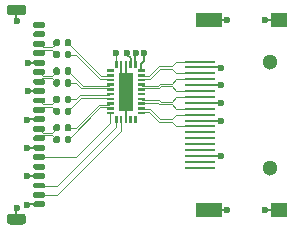
<source format=gtl>
G04 #@! TF.GenerationSoftware,KiCad,Pcbnew,5.1.10*
G04 #@! TF.CreationDate,2021-09-10T20:16:30-07:00*
G04 #@! TF.ProjectId,ACORN-CLE-DVI,41434f52-4e2d-4434-9c45-2d4456492e6b,rev?*
G04 #@! TF.SameCoordinates,Original*
G04 #@! TF.FileFunction,Copper,L1,Top*
G04 #@! TF.FilePolarity,Positive*
%FSLAX46Y46*%
G04 Gerber Fmt 4.6, Leading zero omitted, Abs format (unit mm)*
G04 Created by KiCad (PCBNEW 5.1.10) date 2021-09-10 20:16:30*
%MOMM*%
%LPD*%
G01*
G04 APERTURE LIST*
G04 #@! TA.AperFunction,SMDPad,CuDef*
%ADD10R,1.200000X3.200000*%
G04 #@! TD*
G04 #@! TA.AperFunction,ComponentPad*
%ADD11C,1.300000*%
G04 #@! TD*
G04 #@! TA.AperFunction,SMDPad,CuDef*
%ADD12R,1.400000X1.300000*%
G04 #@! TD*
G04 #@! TA.AperFunction,SMDPad,CuDef*
%ADD13R,2.200000X1.300000*%
G04 #@! TD*
G04 #@! TA.AperFunction,SMDPad,CuDef*
%ADD14R,2.600000X0.280000*%
G04 #@! TD*
G04 #@! TA.AperFunction,ViaPad*
%ADD15C,0.600000*%
G04 #@! TD*
G04 #@! TA.AperFunction,Conductor*
%ADD16C,0.152400*%
G04 #@! TD*
G04 #@! TA.AperFunction,Conductor*
%ADD17C,0.125984*%
G04 #@! TD*
G04 APERTURE END LIST*
G04 #@! TA.AperFunction,SMDPad,CuDef*
G36*
G01*
X149970000Y-97270000D02*
X149970000Y-96930000D01*
G75*
G02*
X150110000Y-96790000I140000J0D01*
G01*
X150390000Y-96790000D01*
G75*
G02*
X150530000Y-96930000I0J-140000D01*
G01*
X150530000Y-97270000D01*
G75*
G02*
X150390000Y-97410000I-140000J0D01*
G01*
X150110000Y-97410000D01*
G75*
G02*
X149970000Y-97270000I0J140000D01*
G01*
G37*
G04 #@! TD.AperFunction*
G04 #@! TA.AperFunction,SMDPad,CuDef*
G36*
G01*
X150930000Y-97270000D02*
X150930000Y-96930000D01*
G75*
G02*
X151070000Y-96790000I140000J0D01*
G01*
X151350000Y-96790000D01*
G75*
G02*
X151490000Y-96930000I0J-140000D01*
G01*
X151490000Y-97270000D01*
G75*
G02*
X151350000Y-97410000I-140000J0D01*
G01*
X151070000Y-97410000D01*
G75*
G02*
X150930000Y-97270000I0J140000D01*
G01*
G37*
G04 #@! TD.AperFunction*
G04 #@! TA.AperFunction,SMDPad,CuDef*
G36*
G01*
X149970000Y-96270000D02*
X149970000Y-95930000D01*
G75*
G02*
X150110000Y-95790000I140000J0D01*
G01*
X150390000Y-95790000D01*
G75*
G02*
X150530000Y-95930000I0J-140000D01*
G01*
X150530000Y-96270000D01*
G75*
G02*
X150390000Y-96410000I-140000J0D01*
G01*
X150110000Y-96410000D01*
G75*
G02*
X149970000Y-96270000I0J140000D01*
G01*
G37*
G04 #@! TD.AperFunction*
G04 #@! TA.AperFunction,SMDPad,CuDef*
G36*
G01*
X150930000Y-96270000D02*
X150930000Y-95930000D01*
G75*
G02*
X151070000Y-95790000I140000J0D01*
G01*
X151350000Y-95790000D01*
G75*
G02*
X151490000Y-95930000I0J-140000D01*
G01*
X151490000Y-96270000D01*
G75*
G02*
X151350000Y-96410000I-140000J0D01*
G01*
X151070000Y-96410000D01*
G75*
G02*
X150930000Y-96270000I0J140000D01*
G01*
G37*
G04 #@! TD.AperFunction*
G04 #@! TA.AperFunction,SMDPad,CuDef*
G36*
G01*
X149970000Y-94870000D02*
X149970000Y-94530000D01*
G75*
G02*
X150110000Y-94390000I140000J0D01*
G01*
X150390000Y-94390000D01*
G75*
G02*
X150530000Y-94530000I0J-140000D01*
G01*
X150530000Y-94870000D01*
G75*
G02*
X150390000Y-95010000I-140000J0D01*
G01*
X150110000Y-95010000D01*
G75*
G02*
X149970000Y-94870000I0J140000D01*
G01*
G37*
G04 #@! TD.AperFunction*
G04 #@! TA.AperFunction,SMDPad,CuDef*
G36*
G01*
X150930000Y-94870000D02*
X150930000Y-94530000D01*
G75*
G02*
X151070000Y-94390000I140000J0D01*
G01*
X151350000Y-94390000D01*
G75*
G02*
X151490000Y-94530000I0J-140000D01*
G01*
X151490000Y-94870000D01*
G75*
G02*
X151350000Y-95010000I-140000J0D01*
G01*
X151070000Y-95010000D01*
G75*
G02*
X150930000Y-94870000I0J140000D01*
G01*
G37*
G04 #@! TD.AperFunction*
G04 #@! TA.AperFunction,SMDPad,CuDef*
G36*
G01*
X149960000Y-93870000D02*
X149960000Y-93530000D01*
G75*
G02*
X150100000Y-93390000I140000J0D01*
G01*
X150380000Y-93390000D01*
G75*
G02*
X150520000Y-93530000I0J-140000D01*
G01*
X150520000Y-93870000D01*
G75*
G02*
X150380000Y-94010000I-140000J0D01*
G01*
X150100000Y-94010000D01*
G75*
G02*
X149960000Y-93870000I0J140000D01*
G01*
G37*
G04 #@! TD.AperFunction*
G04 #@! TA.AperFunction,SMDPad,CuDef*
G36*
G01*
X150920000Y-93870000D02*
X150920000Y-93530000D01*
G75*
G02*
X151060000Y-93390000I140000J0D01*
G01*
X151340000Y-93390000D01*
G75*
G02*
X151480000Y-93530000I0J-140000D01*
G01*
X151480000Y-93870000D01*
G75*
G02*
X151340000Y-94010000I-140000J0D01*
G01*
X151060000Y-94010000D01*
G75*
G02*
X150920000Y-93870000I0J140000D01*
G01*
G37*
G04 #@! TD.AperFunction*
G04 #@! TA.AperFunction,SMDPad,CuDef*
G36*
G01*
X149960000Y-92470000D02*
X149960000Y-92130000D01*
G75*
G02*
X150100000Y-91990000I140000J0D01*
G01*
X150380000Y-91990000D01*
G75*
G02*
X150520000Y-92130000I0J-140000D01*
G01*
X150520000Y-92470000D01*
G75*
G02*
X150380000Y-92610000I-140000J0D01*
G01*
X150100000Y-92610000D01*
G75*
G02*
X149960000Y-92470000I0J140000D01*
G01*
G37*
G04 #@! TD.AperFunction*
G04 #@! TA.AperFunction,SMDPad,CuDef*
G36*
G01*
X150920000Y-92470000D02*
X150920000Y-92130000D01*
G75*
G02*
X151060000Y-91990000I140000J0D01*
G01*
X151340000Y-91990000D01*
G75*
G02*
X151480000Y-92130000I0J-140000D01*
G01*
X151480000Y-92470000D01*
G75*
G02*
X151340000Y-92610000I-140000J0D01*
G01*
X151060000Y-92610000D01*
G75*
G02*
X150920000Y-92470000I0J140000D01*
G01*
G37*
G04 #@! TD.AperFunction*
G04 #@! TA.AperFunction,SMDPad,CuDef*
G36*
G01*
X149960000Y-91470000D02*
X149960000Y-91130000D01*
G75*
G02*
X150100000Y-90990000I140000J0D01*
G01*
X150380000Y-90990000D01*
G75*
G02*
X150520000Y-91130000I0J-140000D01*
G01*
X150520000Y-91470000D01*
G75*
G02*
X150380000Y-91610000I-140000J0D01*
G01*
X150100000Y-91610000D01*
G75*
G02*
X149960000Y-91470000I0J140000D01*
G01*
G37*
G04 #@! TD.AperFunction*
G04 #@! TA.AperFunction,SMDPad,CuDef*
G36*
G01*
X150920000Y-91470000D02*
X150920000Y-91130000D01*
G75*
G02*
X151060000Y-90990000I140000J0D01*
G01*
X151340000Y-90990000D01*
G75*
G02*
X151480000Y-91130000I0J-140000D01*
G01*
X151480000Y-91470000D01*
G75*
G02*
X151340000Y-91610000I-140000J0D01*
G01*
X151060000Y-91610000D01*
G75*
G02*
X150920000Y-91470000I0J140000D01*
G01*
G37*
G04 #@! TD.AperFunction*
G04 #@! TA.AperFunction,SMDPad,CuDef*
G36*
G01*
X149960000Y-90070000D02*
X149960000Y-89730000D01*
G75*
G02*
X150100000Y-89590000I140000J0D01*
G01*
X150380000Y-89590000D01*
G75*
G02*
X150520000Y-89730000I0J-140000D01*
G01*
X150520000Y-90070000D01*
G75*
G02*
X150380000Y-90210000I-140000J0D01*
G01*
X150100000Y-90210000D01*
G75*
G02*
X149960000Y-90070000I0J140000D01*
G01*
G37*
G04 #@! TD.AperFunction*
G04 #@! TA.AperFunction,SMDPad,CuDef*
G36*
G01*
X150920000Y-90070000D02*
X150920000Y-89730000D01*
G75*
G02*
X151060000Y-89590000I140000J0D01*
G01*
X151340000Y-89590000D01*
G75*
G02*
X151480000Y-89730000I0J-140000D01*
G01*
X151480000Y-90070000D01*
G75*
G02*
X151340000Y-90210000I-140000J0D01*
G01*
X151060000Y-90210000D01*
G75*
G02*
X150920000Y-90070000I0J140000D01*
G01*
G37*
G04 #@! TD.AperFunction*
G04 #@! TA.AperFunction,SMDPad,CuDef*
G36*
G01*
X149960000Y-89070000D02*
X149960000Y-88730000D01*
G75*
G02*
X150100000Y-88590000I140000J0D01*
G01*
X150380000Y-88590000D01*
G75*
G02*
X150520000Y-88730000I0J-140000D01*
G01*
X150520000Y-89070000D01*
G75*
G02*
X150380000Y-89210000I-140000J0D01*
G01*
X150100000Y-89210000D01*
G75*
G02*
X149960000Y-89070000I0J140000D01*
G01*
G37*
G04 #@! TD.AperFunction*
G04 #@! TA.AperFunction,SMDPad,CuDef*
G36*
G01*
X150920000Y-89070000D02*
X150920000Y-88730000D01*
G75*
G02*
X151060000Y-88590000I140000J0D01*
G01*
X151340000Y-88590000D01*
G75*
G02*
X151480000Y-88730000I0J-140000D01*
G01*
X151480000Y-89070000D01*
G75*
G02*
X151340000Y-89210000I-140000J0D01*
G01*
X151060000Y-89210000D01*
G75*
G02*
X150920000Y-89070000I0J140000D01*
G01*
G37*
G04 #@! TD.AperFunction*
G04 #@! TA.AperFunction,SMDPad,CuDef*
G36*
G01*
X148385000Y-87139000D02*
X149135000Y-87139000D01*
G75*
G02*
X149260000Y-87264000I0J-125000D01*
G01*
X149260000Y-87514000D01*
G75*
G02*
X149135000Y-87639000I-125000J0D01*
G01*
X148385000Y-87639000D01*
G75*
G02*
X148260000Y-87514000I0J125000D01*
G01*
X148260000Y-87264000D01*
G75*
G02*
X148385000Y-87139000I125000J0D01*
G01*
G37*
G04 #@! TD.AperFunction*
G04 #@! TA.AperFunction,SMDPad,CuDef*
G36*
G01*
X148385000Y-87939000D02*
X149135000Y-87939000D01*
G75*
G02*
X149260000Y-88064000I0J-125000D01*
G01*
X149260000Y-88314000D01*
G75*
G02*
X149135000Y-88439000I-125000J0D01*
G01*
X148385000Y-88439000D01*
G75*
G02*
X148260000Y-88314000I0J125000D01*
G01*
X148260000Y-88064000D01*
G75*
G02*
X148385000Y-87939000I125000J0D01*
G01*
G37*
G04 #@! TD.AperFunction*
G04 #@! TA.AperFunction,SMDPad,CuDef*
G36*
G01*
X148385000Y-88739000D02*
X149135000Y-88739000D01*
G75*
G02*
X149260000Y-88864000I0J-125000D01*
G01*
X149260000Y-89114000D01*
G75*
G02*
X149135000Y-89239000I-125000J0D01*
G01*
X148385000Y-89239000D01*
G75*
G02*
X148260000Y-89114000I0J125000D01*
G01*
X148260000Y-88864000D01*
G75*
G02*
X148385000Y-88739000I125000J0D01*
G01*
G37*
G04 #@! TD.AperFunction*
G04 #@! TA.AperFunction,SMDPad,CuDef*
G36*
G01*
X148385000Y-89539000D02*
X149135000Y-89539000D01*
G75*
G02*
X149260000Y-89664000I0J-125000D01*
G01*
X149260000Y-89914000D01*
G75*
G02*
X149135000Y-90039000I-125000J0D01*
G01*
X148385000Y-90039000D01*
G75*
G02*
X148260000Y-89914000I0J125000D01*
G01*
X148260000Y-89664000D01*
G75*
G02*
X148385000Y-89539000I125000J0D01*
G01*
G37*
G04 #@! TD.AperFunction*
G04 #@! TA.AperFunction,SMDPad,CuDef*
G36*
G01*
X148385000Y-90339000D02*
X149135000Y-90339000D01*
G75*
G02*
X149260000Y-90464000I0J-125000D01*
G01*
X149260000Y-90714000D01*
G75*
G02*
X149135000Y-90839000I-125000J0D01*
G01*
X148385000Y-90839000D01*
G75*
G02*
X148260000Y-90714000I0J125000D01*
G01*
X148260000Y-90464000D01*
G75*
G02*
X148385000Y-90339000I125000J0D01*
G01*
G37*
G04 #@! TD.AperFunction*
G04 #@! TA.AperFunction,SMDPad,CuDef*
G36*
G01*
X148385000Y-91139000D02*
X149135000Y-91139000D01*
G75*
G02*
X149260000Y-91264000I0J-125000D01*
G01*
X149260000Y-91514000D01*
G75*
G02*
X149135000Y-91639000I-125000J0D01*
G01*
X148385000Y-91639000D01*
G75*
G02*
X148260000Y-91514000I0J125000D01*
G01*
X148260000Y-91264000D01*
G75*
G02*
X148385000Y-91139000I125000J0D01*
G01*
G37*
G04 #@! TD.AperFunction*
G04 #@! TA.AperFunction,SMDPad,CuDef*
G36*
G01*
X148385000Y-91939000D02*
X149135000Y-91939000D01*
G75*
G02*
X149260000Y-92064000I0J-125000D01*
G01*
X149260000Y-92314000D01*
G75*
G02*
X149135000Y-92439000I-125000J0D01*
G01*
X148385000Y-92439000D01*
G75*
G02*
X148260000Y-92314000I0J125000D01*
G01*
X148260000Y-92064000D01*
G75*
G02*
X148385000Y-91939000I125000J0D01*
G01*
G37*
G04 #@! TD.AperFunction*
G04 #@! TA.AperFunction,SMDPad,CuDef*
G36*
G01*
X148385000Y-92739000D02*
X149135000Y-92739000D01*
G75*
G02*
X149260000Y-92864000I0J-125000D01*
G01*
X149260000Y-93114000D01*
G75*
G02*
X149135000Y-93239000I-125000J0D01*
G01*
X148385000Y-93239000D01*
G75*
G02*
X148260000Y-93114000I0J125000D01*
G01*
X148260000Y-92864000D01*
G75*
G02*
X148385000Y-92739000I125000J0D01*
G01*
G37*
G04 #@! TD.AperFunction*
G04 #@! TA.AperFunction,SMDPad,CuDef*
G36*
G01*
X148385000Y-93539000D02*
X149135000Y-93539000D01*
G75*
G02*
X149260000Y-93664000I0J-125000D01*
G01*
X149260000Y-93914000D01*
G75*
G02*
X149135000Y-94039000I-125000J0D01*
G01*
X148385000Y-94039000D01*
G75*
G02*
X148260000Y-93914000I0J125000D01*
G01*
X148260000Y-93664000D01*
G75*
G02*
X148385000Y-93539000I125000J0D01*
G01*
G37*
G04 #@! TD.AperFunction*
G04 #@! TA.AperFunction,SMDPad,CuDef*
G36*
G01*
X148385000Y-94339000D02*
X149135000Y-94339000D01*
G75*
G02*
X149260000Y-94464000I0J-125000D01*
G01*
X149260000Y-94714000D01*
G75*
G02*
X149135000Y-94839000I-125000J0D01*
G01*
X148385000Y-94839000D01*
G75*
G02*
X148260000Y-94714000I0J125000D01*
G01*
X148260000Y-94464000D01*
G75*
G02*
X148385000Y-94339000I125000J0D01*
G01*
G37*
G04 #@! TD.AperFunction*
G04 #@! TA.AperFunction,SMDPad,CuDef*
G36*
G01*
X148385000Y-95139000D02*
X149135000Y-95139000D01*
G75*
G02*
X149260000Y-95264000I0J-125000D01*
G01*
X149260000Y-95514000D01*
G75*
G02*
X149135000Y-95639000I-125000J0D01*
G01*
X148385000Y-95639000D01*
G75*
G02*
X148260000Y-95514000I0J125000D01*
G01*
X148260000Y-95264000D01*
G75*
G02*
X148385000Y-95139000I125000J0D01*
G01*
G37*
G04 #@! TD.AperFunction*
G04 #@! TA.AperFunction,SMDPad,CuDef*
G36*
G01*
X148385000Y-95939000D02*
X149135000Y-95939000D01*
G75*
G02*
X149260000Y-96064000I0J-125000D01*
G01*
X149260000Y-96314000D01*
G75*
G02*
X149135000Y-96439000I-125000J0D01*
G01*
X148385000Y-96439000D01*
G75*
G02*
X148260000Y-96314000I0J125000D01*
G01*
X148260000Y-96064000D01*
G75*
G02*
X148385000Y-95939000I125000J0D01*
G01*
G37*
G04 #@! TD.AperFunction*
G04 #@! TA.AperFunction,SMDPad,CuDef*
G36*
G01*
X148385000Y-96739000D02*
X149135000Y-96739000D01*
G75*
G02*
X149260000Y-96864000I0J-125000D01*
G01*
X149260000Y-97114000D01*
G75*
G02*
X149135000Y-97239000I-125000J0D01*
G01*
X148385000Y-97239000D01*
G75*
G02*
X148260000Y-97114000I0J125000D01*
G01*
X148260000Y-96864000D01*
G75*
G02*
X148385000Y-96739000I125000J0D01*
G01*
G37*
G04 #@! TD.AperFunction*
G04 #@! TA.AperFunction,SMDPad,CuDef*
G36*
G01*
X148385000Y-97539000D02*
X149135000Y-97539000D01*
G75*
G02*
X149260000Y-97664000I0J-125000D01*
G01*
X149260000Y-97914000D01*
G75*
G02*
X149135000Y-98039000I-125000J0D01*
G01*
X148385000Y-98039000D01*
G75*
G02*
X148260000Y-97914000I0J125000D01*
G01*
X148260000Y-97664000D01*
G75*
G02*
X148385000Y-97539000I125000J0D01*
G01*
G37*
G04 #@! TD.AperFunction*
G04 #@! TA.AperFunction,SMDPad,CuDef*
G36*
G01*
X148385000Y-98339000D02*
X149135000Y-98339000D01*
G75*
G02*
X149260000Y-98464000I0J-125000D01*
G01*
X149260000Y-98714000D01*
G75*
G02*
X149135000Y-98839000I-125000J0D01*
G01*
X148385000Y-98839000D01*
G75*
G02*
X148260000Y-98714000I0J125000D01*
G01*
X148260000Y-98464000D01*
G75*
G02*
X148385000Y-98339000I125000J0D01*
G01*
G37*
G04 #@! TD.AperFunction*
G04 #@! TA.AperFunction,SMDPad,CuDef*
G36*
G01*
X148385000Y-99139000D02*
X149135000Y-99139000D01*
G75*
G02*
X149260000Y-99264000I0J-125000D01*
G01*
X149260000Y-99514000D01*
G75*
G02*
X149135000Y-99639000I-125000J0D01*
G01*
X148385000Y-99639000D01*
G75*
G02*
X148260000Y-99514000I0J125000D01*
G01*
X148260000Y-99264000D01*
G75*
G02*
X148385000Y-99139000I125000J0D01*
G01*
G37*
G04 #@! TD.AperFunction*
G04 #@! TA.AperFunction,SMDPad,CuDef*
G36*
G01*
X148385000Y-99939000D02*
X149135000Y-99939000D01*
G75*
G02*
X149260000Y-100064000I0J-125000D01*
G01*
X149260000Y-100314000D01*
G75*
G02*
X149135000Y-100439000I-125000J0D01*
G01*
X148385000Y-100439000D01*
G75*
G02*
X148260000Y-100314000I0J125000D01*
G01*
X148260000Y-100064000D01*
G75*
G02*
X148385000Y-99939000I125000J0D01*
G01*
G37*
G04 #@! TD.AperFunction*
G04 #@! TA.AperFunction,SMDPad,CuDef*
G36*
G01*
X148385000Y-100739000D02*
X149135000Y-100739000D01*
G75*
G02*
X149260000Y-100864000I0J-125000D01*
G01*
X149260000Y-101114000D01*
G75*
G02*
X149135000Y-101239000I-125000J0D01*
G01*
X148385000Y-101239000D01*
G75*
G02*
X148260000Y-101114000I0J125000D01*
G01*
X148260000Y-100864000D01*
G75*
G02*
X148385000Y-100739000I125000J0D01*
G01*
G37*
G04 #@! TD.AperFunction*
G04 #@! TA.AperFunction,SMDPad,CuDef*
G36*
G01*
X148385000Y-101539000D02*
X149135000Y-101539000D01*
G75*
G02*
X149260000Y-101664000I0J-125000D01*
G01*
X149260000Y-101914000D01*
G75*
G02*
X149135000Y-102039000I-125000J0D01*
G01*
X148385000Y-102039000D01*
G75*
G02*
X148260000Y-101914000I0J125000D01*
G01*
X148260000Y-101664000D01*
G75*
G02*
X148385000Y-101539000I125000J0D01*
G01*
G37*
G04 #@! TD.AperFunction*
G04 #@! TA.AperFunction,SMDPad,CuDef*
G36*
G01*
X148385000Y-102339000D02*
X149135000Y-102339000D01*
G75*
G02*
X149260000Y-102464000I0J-125000D01*
G01*
X149260000Y-102714000D01*
G75*
G02*
X149135000Y-102839000I-125000J0D01*
G01*
X148385000Y-102839000D01*
G75*
G02*
X148260000Y-102714000I0J125000D01*
G01*
X148260000Y-102464000D01*
G75*
G02*
X148385000Y-102339000I125000J0D01*
G01*
G37*
G04 #@! TD.AperFunction*
G04 #@! TA.AperFunction,SMDPad,CuDef*
G36*
G01*
X146265000Y-85689000D02*
X147415000Y-85689000D01*
G75*
G02*
X147640000Y-85914000I0J-225000D01*
G01*
X147640000Y-86364000D01*
G75*
G02*
X147415000Y-86589000I-225000J0D01*
G01*
X146265000Y-86589000D01*
G75*
G02*
X146040000Y-86364000I0J225000D01*
G01*
X146040000Y-85914000D01*
G75*
G02*
X146265000Y-85689000I225000J0D01*
G01*
G37*
G04 #@! TD.AperFunction*
G04 #@! TA.AperFunction,SMDPad,CuDef*
G36*
G01*
X146265000Y-103389000D02*
X147415000Y-103389000D01*
G75*
G02*
X147640000Y-103614000I0J-225000D01*
G01*
X147640000Y-104064000D01*
G75*
G02*
X147415000Y-104289000I-225000J0D01*
G01*
X146265000Y-104289000D01*
G75*
G02*
X146040000Y-104064000I0J225000D01*
G01*
X146040000Y-103614000D01*
G75*
G02*
X146265000Y-103389000I225000J0D01*
G01*
G37*
G04 #@! TD.AperFunction*
D10*
X156100000Y-93050000D03*
G04 #@! TA.AperFunction,SMDPad,CuDef*
G36*
G01*
X157125000Y-91353400D02*
X157125000Y-91146600D01*
G75*
G02*
X157131600Y-91140000I6600J0D01*
G01*
X157708400Y-91140000D01*
G75*
G02*
X157715000Y-91146600I0J-6600D01*
G01*
X157715000Y-91353400D01*
G75*
G02*
X157708400Y-91360000I-6600J0D01*
G01*
X157131600Y-91360000D01*
G75*
G02*
X157125000Y-91353400I0J6600D01*
G01*
G37*
G04 #@! TD.AperFunction*
G04 #@! TA.AperFunction,SMDPad,CuDef*
G36*
G01*
X157125000Y-91753400D02*
X157125000Y-91546600D01*
G75*
G02*
X157131600Y-91540000I6600J0D01*
G01*
X157708400Y-91540000D01*
G75*
G02*
X157715000Y-91546600I0J-6600D01*
G01*
X157715000Y-91753400D01*
G75*
G02*
X157708400Y-91760000I-6600J0D01*
G01*
X157131600Y-91760000D01*
G75*
G02*
X157125000Y-91753400I0J6600D01*
G01*
G37*
G04 #@! TD.AperFunction*
G04 #@! TA.AperFunction,SMDPad,CuDef*
G36*
G01*
X157125000Y-92153400D02*
X157125000Y-91946600D01*
G75*
G02*
X157131600Y-91940000I6600J0D01*
G01*
X157708400Y-91940000D01*
G75*
G02*
X157715000Y-91946600I0J-6600D01*
G01*
X157715000Y-92153400D01*
G75*
G02*
X157708400Y-92160000I-6600J0D01*
G01*
X157131600Y-92160000D01*
G75*
G02*
X157125000Y-92153400I0J6600D01*
G01*
G37*
G04 #@! TD.AperFunction*
G04 #@! TA.AperFunction,SMDPad,CuDef*
G36*
G01*
X157125000Y-92553400D02*
X157125000Y-92346600D01*
G75*
G02*
X157131600Y-92340000I6600J0D01*
G01*
X157708400Y-92340000D01*
G75*
G02*
X157715000Y-92346600I0J-6600D01*
G01*
X157715000Y-92553400D01*
G75*
G02*
X157708400Y-92560000I-6600J0D01*
G01*
X157131600Y-92560000D01*
G75*
G02*
X157125000Y-92553400I0J6600D01*
G01*
G37*
G04 #@! TD.AperFunction*
G04 #@! TA.AperFunction,SMDPad,CuDef*
G36*
G01*
X157125000Y-92953400D02*
X157125000Y-92746600D01*
G75*
G02*
X157131600Y-92740000I6600J0D01*
G01*
X157708400Y-92740000D01*
G75*
G02*
X157715000Y-92746600I0J-6600D01*
G01*
X157715000Y-92953400D01*
G75*
G02*
X157708400Y-92960000I-6600J0D01*
G01*
X157131600Y-92960000D01*
G75*
G02*
X157125000Y-92953400I0J6600D01*
G01*
G37*
G04 #@! TD.AperFunction*
G04 #@! TA.AperFunction,SMDPad,CuDef*
G36*
G01*
X157125000Y-93353400D02*
X157125000Y-93146600D01*
G75*
G02*
X157131600Y-93140000I6600J0D01*
G01*
X157708400Y-93140000D01*
G75*
G02*
X157715000Y-93146600I0J-6600D01*
G01*
X157715000Y-93353400D01*
G75*
G02*
X157708400Y-93360000I-6600J0D01*
G01*
X157131600Y-93360000D01*
G75*
G02*
X157125000Y-93353400I0J6600D01*
G01*
G37*
G04 #@! TD.AperFunction*
G04 #@! TA.AperFunction,SMDPad,CuDef*
G36*
G01*
X157125000Y-93753400D02*
X157125000Y-93546600D01*
G75*
G02*
X157131600Y-93540000I6600J0D01*
G01*
X157708400Y-93540000D01*
G75*
G02*
X157715000Y-93546600I0J-6600D01*
G01*
X157715000Y-93753400D01*
G75*
G02*
X157708400Y-93760000I-6600J0D01*
G01*
X157131600Y-93760000D01*
G75*
G02*
X157125000Y-93753400I0J6600D01*
G01*
G37*
G04 #@! TD.AperFunction*
G04 #@! TA.AperFunction,SMDPad,CuDef*
G36*
G01*
X157125000Y-94153400D02*
X157125000Y-93946600D01*
G75*
G02*
X157131600Y-93940000I6600J0D01*
G01*
X157708400Y-93940000D01*
G75*
G02*
X157715000Y-93946600I0J-6600D01*
G01*
X157715000Y-94153400D01*
G75*
G02*
X157708400Y-94160000I-6600J0D01*
G01*
X157131600Y-94160000D01*
G75*
G02*
X157125000Y-94153400I0J6600D01*
G01*
G37*
G04 #@! TD.AperFunction*
G04 #@! TA.AperFunction,SMDPad,CuDef*
G36*
G01*
X157125000Y-94553400D02*
X157125000Y-94346600D01*
G75*
G02*
X157131600Y-94340000I6600J0D01*
G01*
X157708400Y-94340000D01*
G75*
G02*
X157715000Y-94346600I0J-6600D01*
G01*
X157715000Y-94553400D01*
G75*
G02*
X157708400Y-94560000I-6600J0D01*
G01*
X157131600Y-94560000D01*
G75*
G02*
X157125000Y-94553400I0J6600D01*
G01*
G37*
G04 #@! TD.AperFunction*
G04 #@! TA.AperFunction,SMDPad,CuDef*
G36*
G01*
X157125000Y-94953400D02*
X157125000Y-94746600D01*
G75*
G02*
X157131600Y-94740000I6600J0D01*
G01*
X157708400Y-94740000D01*
G75*
G02*
X157715000Y-94746600I0J-6600D01*
G01*
X157715000Y-94953400D01*
G75*
G02*
X157708400Y-94960000I-6600J0D01*
G01*
X157131600Y-94960000D01*
G75*
G02*
X157125000Y-94953400I0J6600D01*
G01*
G37*
G04 #@! TD.AperFunction*
G04 #@! TA.AperFunction,SMDPad,CuDef*
G36*
G01*
X154485000Y-94953400D02*
X154485000Y-94746600D01*
G75*
G02*
X154491600Y-94740000I6600J0D01*
G01*
X155068400Y-94740000D01*
G75*
G02*
X155075000Y-94746600I0J-6600D01*
G01*
X155075000Y-94953400D01*
G75*
G02*
X155068400Y-94960000I-6600J0D01*
G01*
X154491600Y-94960000D01*
G75*
G02*
X154485000Y-94953400I0J6600D01*
G01*
G37*
G04 #@! TD.AperFunction*
G04 #@! TA.AperFunction,SMDPad,CuDef*
G36*
G01*
X154485000Y-94553400D02*
X154485000Y-94346600D01*
G75*
G02*
X154491600Y-94340000I6600J0D01*
G01*
X155068400Y-94340000D01*
G75*
G02*
X155075000Y-94346600I0J-6600D01*
G01*
X155075000Y-94553400D01*
G75*
G02*
X155068400Y-94560000I-6600J0D01*
G01*
X154491600Y-94560000D01*
G75*
G02*
X154485000Y-94553400I0J6600D01*
G01*
G37*
G04 #@! TD.AperFunction*
G04 #@! TA.AperFunction,SMDPad,CuDef*
G36*
G01*
X154485000Y-94153400D02*
X154485000Y-93946600D01*
G75*
G02*
X154491600Y-93940000I6600J0D01*
G01*
X155068400Y-93940000D01*
G75*
G02*
X155075000Y-93946600I0J-6600D01*
G01*
X155075000Y-94153400D01*
G75*
G02*
X155068400Y-94160000I-6600J0D01*
G01*
X154491600Y-94160000D01*
G75*
G02*
X154485000Y-94153400I0J6600D01*
G01*
G37*
G04 #@! TD.AperFunction*
G04 #@! TA.AperFunction,SMDPad,CuDef*
G36*
G01*
X154485000Y-93753400D02*
X154485000Y-93546600D01*
G75*
G02*
X154491600Y-93540000I6600J0D01*
G01*
X155068400Y-93540000D01*
G75*
G02*
X155075000Y-93546600I0J-6600D01*
G01*
X155075000Y-93753400D01*
G75*
G02*
X155068400Y-93760000I-6600J0D01*
G01*
X154491600Y-93760000D01*
G75*
G02*
X154485000Y-93753400I0J6600D01*
G01*
G37*
G04 #@! TD.AperFunction*
G04 #@! TA.AperFunction,SMDPad,CuDef*
G36*
G01*
X154485000Y-93353400D02*
X154485000Y-93146600D01*
G75*
G02*
X154491600Y-93140000I6600J0D01*
G01*
X155068400Y-93140000D01*
G75*
G02*
X155075000Y-93146600I0J-6600D01*
G01*
X155075000Y-93353400D01*
G75*
G02*
X155068400Y-93360000I-6600J0D01*
G01*
X154491600Y-93360000D01*
G75*
G02*
X154485000Y-93353400I0J6600D01*
G01*
G37*
G04 #@! TD.AperFunction*
G04 #@! TA.AperFunction,SMDPad,CuDef*
G36*
G01*
X154485000Y-92953400D02*
X154485000Y-92746600D01*
G75*
G02*
X154491600Y-92740000I6600J0D01*
G01*
X155068400Y-92740000D01*
G75*
G02*
X155075000Y-92746600I0J-6600D01*
G01*
X155075000Y-92953400D01*
G75*
G02*
X155068400Y-92960000I-6600J0D01*
G01*
X154491600Y-92960000D01*
G75*
G02*
X154485000Y-92953400I0J6600D01*
G01*
G37*
G04 #@! TD.AperFunction*
G04 #@! TA.AperFunction,SMDPad,CuDef*
G36*
G01*
X154485000Y-92553400D02*
X154485000Y-92346600D01*
G75*
G02*
X154491600Y-92340000I6600J0D01*
G01*
X155068400Y-92340000D01*
G75*
G02*
X155075000Y-92346600I0J-6600D01*
G01*
X155075000Y-92553400D01*
G75*
G02*
X155068400Y-92560000I-6600J0D01*
G01*
X154491600Y-92560000D01*
G75*
G02*
X154485000Y-92553400I0J6600D01*
G01*
G37*
G04 #@! TD.AperFunction*
G04 #@! TA.AperFunction,SMDPad,CuDef*
G36*
G01*
X154485000Y-92153400D02*
X154485000Y-91946600D01*
G75*
G02*
X154491600Y-91940000I6600J0D01*
G01*
X155068400Y-91940000D01*
G75*
G02*
X155075000Y-91946600I0J-6600D01*
G01*
X155075000Y-92153400D01*
G75*
G02*
X155068400Y-92160000I-6600J0D01*
G01*
X154491600Y-92160000D01*
G75*
G02*
X154485000Y-92153400I0J6600D01*
G01*
G37*
G04 #@! TD.AperFunction*
G04 #@! TA.AperFunction,SMDPad,CuDef*
G36*
G01*
X154485000Y-91753400D02*
X154485000Y-91546600D01*
G75*
G02*
X154491600Y-91540000I6600J0D01*
G01*
X155068400Y-91540000D01*
G75*
G02*
X155075000Y-91546600I0J-6600D01*
G01*
X155075000Y-91753400D01*
G75*
G02*
X155068400Y-91760000I-6600J0D01*
G01*
X154491600Y-91760000D01*
G75*
G02*
X154485000Y-91753400I0J6600D01*
G01*
G37*
G04 #@! TD.AperFunction*
G04 #@! TA.AperFunction,SMDPad,CuDef*
G36*
G01*
X154485000Y-91353400D02*
X154485000Y-91146600D01*
G75*
G02*
X154491600Y-91140000I6600J0D01*
G01*
X155068400Y-91140000D01*
G75*
G02*
X155075000Y-91146600I0J-6600D01*
G01*
X155075000Y-91353400D01*
G75*
G02*
X155068400Y-91360000I-6600J0D01*
G01*
X154491600Y-91360000D01*
G75*
G02*
X154485000Y-91353400I0J6600D01*
G01*
G37*
G04 #@! TD.AperFunction*
G04 #@! TA.AperFunction,SMDPad,CuDef*
G36*
G01*
X155190000Y-91018400D02*
X155190000Y-90441600D01*
G75*
G02*
X155196600Y-90435000I6600J0D01*
G01*
X155403400Y-90435000D01*
G75*
G02*
X155410000Y-90441600I0J-6600D01*
G01*
X155410000Y-91018400D01*
G75*
G02*
X155403400Y-91025000I-6600J0D01*
G01*
X155196600Y-91025000D01*
G75*
G02*
X155190000Y-91018400I0J6600D01*
G01*
G37*
G04 #@! TD.AperFunction*
G04 #@! TA.AperFunction,SMDPad,CuDef*
G36*
G01*
X155590000Y-91018400D02*
X155590000Y-90441600D01*
G75*
G02*
X155596600Y-90435000I6600J0D01*
G01*
X155803400Y-90435000D01*
G75*
G02*
X155810000Y-90441600I0J-6600D01*
G01*
X155810000Y-91018400D01*
G75*
G02*
X155803400Y-91025000I-6600J0D01*
G01*
X155596600Y-91025000D01*
G75*
G02*
X155590000Y-91018400I0J6600D01*
G01*
G37*
G04 #@! TD.AperFunction*
G04 #@! TA.AperFunction,SMDPad,CuDef*
G36*
G01*
X155990000Y-91018400D02*
X155990000Y-90441600D01*
G75*
G02*
X155996600Y-90435000I6600J0D01*
G01*
X156203400Y-90435000D01*
G75*
G02*
X156210000Y-90441600I0J-6600D01*
G01*
X156210000Y-91018400D01*
G75*
G02*
X156203400Y-91025000I-6600J0D01*
G01*
X155996600Y-91025000D01*
G75*
G02*
X155990000Y-91018400I0J6600D01*
G01*
G37*
G04 #@! TD.AperFunction*
G04 #@! TA.AperFunction,SMDPad,CuDef*
G36*
G01*
X156390000Y-91018400D02*
X156390000Y-90441600D01*
G75*
G02*
X156396600Y-90435000I6600J0D01*
G01*
X156603400Y-90435000D01*
G75*
G02*
X156610000Y-90441600I0J-6600D01*
G01*
X156610000Y-91018400D01*
G75*
G02*
X156603400Y-91025000I-6600J0D01*
G01*
X156396600Y-91025000D01*
G75*
G02*
X156390000Y-91018400I0J6600D01*
G01*
G37*
G04 #@! TD.AperFunction*
G04 #@! TA.AperFunction,SMDPad,CuDef*
G36*
G01*
X156790000Y-91018400D02*
X156790000Y-90441600D01*
G75*
G02*
X156796600Y-90435000I6600J0D01*
G01*
X157003400Y-90435000D01*
G75*
G02*
X157010000Y-90441600I0J-6600D01*
G01*
X157010000Y-91018400D01*
G75*
G02*
X157003400Y-91025000I-6600J0D01*
G01*
X156796600Y-91025000D01*
G75*
G02*
X156790000Y-91018400I0J6600D01*
G01*
G37*
G04 #@! TD.AperFunction*
G04 #@! TA.AperFunction,SMDPad,CuDef*
G36*
G01*
X156790000Y-95658400D02*
X156790000Y-95081600D01*
G75*
G02*
X156796600Y-95075000I6600J0D01*
G01*
X157003400Y-95075000D01*
G75*
G02*
X157010000Y-95081600I0J-6600D01*
G01*
X157010000Y-95658400D01*
G75*
G02*
X157003400Y-95665000I-6600J0D01*
G01*
X156796600Y-95665000D01*
G75*
G02*
X156790000Y-95658400I0J6600D01*
G01*
G37*
G04 #@! TD.AperFunction*
G04 #@! TA.AperFunction,SMDPad,CuDef*
G36*
G01*
X156390000Y-95658400D02*
X156390000Y-95081600D01*
G75*
G02*
X156396600Y-95075000I6600J0D01*
G01*
X156603400Y-95075000D01*
G75*
G02*
X156610000Y-95081600I0J-6600D01*
G01*
X156610000Y-95658400D01*
G75*
G02*
X156603400Y-95665000I-6600J0D01*
G01*
X156396600Y-95665000D01*
G75*
G02*
X156390000Y-95658400I0J6600D01*
G01*
G37*
G04 #@! TD.AperFunction*
G04 #@! TA.AperFunction,SMDPad,CuDef*
G36*
G01*
X155990000Y-95658400D02*
X155990000Y-95081600D01*
G75*
G02*
X155996600Y-95075000I6600J0D01*
G01*
X156203400Y-95075000D01*
G75*
G02*
X156210000Y-95081600I0J-6600D01*
G01*
X156210000Y-95658400D01*
G75*
G02*
X156203400Y-95665000I-6600J0D01*
G01*
X155996600Y-95665000D01*
G75*
G02*
X155990000Y-95658400I0J6600D01*
G01*
G37*
G04 #@! TD.AperFunction*
G04 #@! TA.AperFunction,SMDPad,CuDef*
G36*
G01*
X155590000Y-95658400D02*
X155590000Y-95081600D01*
G75*
G02*
X155596600Y-95075000I6600J0D01*
G01*
X155803400Y-95075000D01*
G75*
G02*
X155810000Y-95081600I0J-6600D01*
G01*
X155810000Y-95658400D01*
G75*
G02*
X155803400Y-95665000I-6600J0D01*
G01*
X155596600Y-95665000D01*
G75*
G02*
X155590000Y-95658400I0J6600D01*
G01*
G37*
G04 #@! TD.AperFunction*
G04 #@! TA.AperFunction,SMDPad,CuDef*
G36*
G01*
X155190000Y-95658400D02*
X155190000Y-95081600D01*
G75*
G02*
X155196600Y-95075000I6600J0D01*
G01*
X155403400Y-95075000D01*
G75*
G02*
X155410000Y-95081600I0J-6600D01*
G01*
X155410000Y-95658400D01*
G75*
G02*
X155403400Y-95665000I-6600J0D01*
G01*
X155196600Y-95665000D01*
G75*
G02*
X155190000Y-95658400I0J6600D01*
G01*
G37*
G04 #@! TD.AperFunction*
D11*
X168300000Y-99489000D03*
X168300000Y-90489000D03*
D12*
X169060000Y-86939000D03*
X169060000Y-103039000D03*
D13*
X163100000Y-103039000D03*
X163100000Y-86939000D03*
D14*
X162340000Y-99489000D03*
X162340000Y-98989000D03*
X162340000Y-98489000D03*
X162340000Y-97989000D03*
X162340000Y-97489000D03*
X162340000Y-96989000D03*
X162340000Y-96489000D03*
X162340000Y-95989000D03*
X162340000Y-95489000D03*
X162340000Y-90489000D03*
X162340000Y-90989000D03*
X162340000Y-91489000D03*
X162340000Y-91989000D03*
X162340000Y-92489000D03*
X162340000Y-92989000D03*
X162340000Y-93489000D03*
X162340000Y-93989000D03*
X162340000Y-94489000D03*
X162340000Y-94989000D03*
D15*
X147750000Y-102600000D03*
X146850000Y-102900000D03*
X147750000Y-100200000D03*
X147750000Y-97800000D03*
X147750000Y-95400000D03*
X147800000Y-93000000D03*
X147800000Y-90600000D03*
X146850000Y-87100000D03*
X164150000Y-91000000D03*
X164150000Y-92500000D03*
X164150000Y-94000000D03*
X164150000Y-95500000D03*
X164150000Y-98500000D03*
X164700000Y-86950000D03*
X167850000Y-86950000D03*
X164700000Y-103050000D03*
X167850000Y-103050000D03*
X156100000Y-93050000D03*
X155300000Y-89750000D03*
X156234997Y-89750000D03*
X156925000Y-89750000D03*
X157615003Y-89750000D03*
D16*
X147761000Y-102589000D02*
X147750000Y-102600000D01*
X148760000Y-102589000D02*
X147761000Y-102589000D01*
X146840000Y-102910000D02*
X146850000Y-102900000D01*
X146840000Y-103839000D02*
X146840000Y-102910000D01*
X147761000Y-100189000D02*
X147750000Y-100200000D01*
X148760000Y-100189000D02*
X147761000Y-100189000D01*
X147761000Y-97789000D02*
X147750000Y-97800000D01*
X148760000Y-97789000D02*
X147761000Y-97789000D01*
X147761000Y-95389000D02*
X147750000Y-95400000D01*
X148760000Y-95389000D02*
X147761000Y-95389000D01*
X147811000Y-92989000D02*
X147800000Y-93000000D01*
X148760000Y-92989000D02*
X147811000Y-92989000D01*
X147811000Y-90589000D02*
X147800000Y-90600000D01*
X148760000Y-90589000D02*
X147811000Y-90589000D01*
X146840000Y-87090000D02*
X146850000Y-87100000D01*
X146840000Y-86139000D02*
X146840000Y-87090000D01*
X164139000Y-90989000D02*
X164150000Y-91000000D01*
X162340000Y-90989000D02*
X164139000Y-90989000D01*
X164139000Y-92489000D02*
X164150000Y-92500000D01*
X162340000Y-92489000D02*
X164139000Y-92489000D01*
X164139000Y-93989000D02*
X164150000Y-94000000D01*
X162340000Y-93989000D02*
X164139000Y-93989000D01*
X164139000Y-95489000D02*
X164150000Y-95500000D01*
X162340000Y-95489000D02*
X164139000Y-95489000D01*
X164139000Y-98489000D02*
X164150000Y-98500000D01*
X162340000Y-98489000D02*
X164139000Y-98489000D01*
X164689000Y-86939000D02*
X164700000Y-86950000D01*
X163100000Y-86939000D02*
X164689000Y-86939000D01*
X167861000Y-86939000D02*
X167850000Y-86950000D01*
X169060000Y-86939000D02*
X167861000Y-86939000D01*
X164689000Y-103039000D02*
X164700000Y-103050000D01*
X163100000Y-103039000D02*
X164689000Y-103039000D01*
X167861000Y-103039000D02*
X167850000Y-103050000D01*
X169060000Y-103039000D02*
X167861000Y-103039000D01*
X156100000Y-90730000D02*
X156100000Y-93050000D01*
X156100000Y-95370000D02*
X156100000Y-93050000D01*
X156100000Y-93050000D02*
X156100000Y-93050000D01*
X155700000Y-92650000D02*
X156100000Y-93050000D01*
X155700000Y-90730000D02*
X155700000Y-92650000D01*
D17*
X160389999Y-95989000D02*
X162340000Y-95989000D01*
X157420000Y-94850000D02*
X157506208Y-94763792D01*
X160003791Y-95602792D02*
X160389999Y-95989000D01*
X157506208Y-94763792D02*
X158052864Y-94763792D01*
X158052864Y-94763792D02*
X158891864Y-95602792D01*
X158891864Y-95602792D02*
X160003791Y-95602792D01*
X158052864Y-91736208D02*
X158913864Y-90875208D01*
X157506208Y-91736208D02*
X158052864Y-91736208D01*
X157420000Y-91650000D02*
X157506208Y-91736208D01*
X158913864Y-90875208D02*
X160003791Y-90875208D01*
X160389999Y-90489000D02*
X162340000Y-90489000D01*
X160003791Y-90875208D02*
X160389999Y-90489000D01*
X158147136Y-91963792D02*
X159008136Y-91102792D01*
X157420000Y-92050000D02*
X157506208Y-91963792D01*
X157506208Y-91963792D02*
X158147136Y-91963792D01*
X159008136Y-91102792D02*
X160003791Y-91102792D01*
X160389999Y-91489000D02*
X162340000Y-91489000D01*
X160003791Y-91102792D02*
X160389999Y-91489000D01*
X160389999Y-91989000D02*
X160003791Y-92375208D01*
X162340000Y-91989000D02*
X160389999Y-91989000D01*
X157506208Y-92536208D02*
X157420000Y-92450000D01*
X158802864Y-92536208D02*
X157506208Y-92536208D01*
X158963864Y-92375208D02*
X158802864Y-92536208D01*
X158963864Y-92375208D02*
X160003791Y-92375208D01*
X160389999Y-92989000D02*
X160003791Y-92602792D01*
X162340000Y-92989000D02*
X160389999Y-92989000D01*
X157506208Y-92763792D02*
X157420000Y-92850000D01*
X158897136Y-92763792D02*
X157506208Y-92763792D01*
X159058136Y-92602792D02*
X158897136Y-92763792D01*
X159058136Y-92602792D02*
X160003791Y-92602792D01*
X162340000Y-93489000D02*
X160389999Y-93489000D01*
X160389999Y-93489000D02*
X160003791Y-93875208D01*
X157506208Y-93736208D02*
X157420000Y-93650000D01*
X159036136Y-93875208D02*
X158897136Y-93736208D01*
X158897136Y-93736208D02*
X157506208Y-93736208D01*
X159036136Y-93875208D02*
X160003791Y-93875208D01*
X157506208Y-93963792D02*
X157420000Y-94050000D01*
X160389999Y-94489000D02*
X160003791Y-94102792D01*
X158941864Y-94102792D02*
X158802864Y-93963792D01*
X158802864Y-93963792D02*
X157506208Y-93963792D01*
X162340000Y-94489000D02*
X160389999Y-94489000D01*
X158941864Y-94102792D02*
X160003791Y-94102792D01*
X157420000Y-94450000D02*
X157506208Y-94536208D01*
X157506208Y-94536208D02*
X158147136Y-94536208D01*
X158147136Y-94536208D02*
X158986136Y-95375208D01*
X160003791Y-95375208D02*
X160389999Y-94989000D01*
X160389999Y-94989000D02*
X162340000Y-94989000D01*
X158986136Y-95375208D02*
X160003791Y-95375208D01*
X155300000Y-90730000D02*
X155300000Y-89750000D01*
D16*
X156234997Y-89934997D02*
X156500000Y-90200000D01*
X156234997Y-89750000D02*
X156234997Y-89934997D01*
X156500000Y-90730000D02*
X156500000Y-90200000D01*
X156900000Y-89775000D02*
X156925000Y-89750000D01*
X156900000Y-90730000D02*
X156900000Y-89775000D01*
X157615003Y-90474997D02*
X157420000Y-90670000D01*
X157615003Y-89750000D02*
X157615003Y-90474997D01*
X157420000Y-91250000D02*
X157420000Y-90670000D01*
D17*
X148760000Y-101789000D02*
X150311000Y-101789000D01*
X155700000Y-96400000D02*
X155700000Y-95370000D01*
X150311000Y-101789000D02*
X155700000Y-96400000D01*
X148760000Y-100989000D02*
X150311000Y-100989000D01*
X155300000Y-96000000D02*
X155300000Y-95370000D01*
X150311000Y-100989000D02*
X155300000Y-96000000D01*
X148760000Y-98589000D02*
X151041000Y-98589000D01*
X154780000Y-94850000D02*
X154780000Y-95695000D01*
X151886000Y-98589000D02*
X151041000Y-98589000D01*
X154780000Y-95695000D02*
X151886000Y-98589000D01*
X148760000Y-96989000D02*
X149033006Y-96715994D01*
X149865994Y-96715994D02*
X150250000Y-97100000D01*
X149033006Y-96715994D02*
X149865994Y-96715994D01*
X148760000Y-96189000D02*
X149071000Y-96500000D01*
X149850000Y-96500000D02*
X150250000Y-96100000D01*
X149071000Y-96500000D02*
X149850000Y-96500000D01*
X148760000Y-94589000D02*
X149033006Y-94315994D01*
X149865994Y-94315994D02*
X150250000Y-94700000D01*
X149033006Y-94315994D02*
X149865994Y-94315994D01*
X148760000Y-93789000D02*
X149071000Y-94100000D01*
X149840000Y-94100000D02*
X150240000Y-93700000D01*
X149071000Y-94100000D02*
X149840000Y-94100000D01*
X148760000Y-92189000D02*
X149033006Y-91915994D01*
X149855994Y-91915994D02*
X150240000Y-92300000D01*
X149033006Y-91915994D02*
X149855994Y-91915994D01*
X148760000Y-91389000D02*
X149071000Y-91700000D01*
X149840000Y-91700000D02*
X150240000Y-91300000D01*
X149071000Y-91700000D02*
X149840000Y-91700000D01*
X148760000Y-89789000D02*
X149033006Y-89515994D01*
X149855994Y-89515994D02*
X150240000Y-89900000D01*
X149033006Y-89515994D02*
X149855994Y-89515994D01*
X148760000Y-88989000D02*
X149071000Y-89300000D01*
X149840000Y-89300000D02*
X150240000Y-88900000D01*
X149071000Y-89300000D02*
X149840000Y-89300000D01*
X154693792Y-94363792D02*
X154780000Y-94450000D01*
X153946208Y-94363792D02*
X154693792Y-94363792D01*
X151210000Y-97100000D02*
X153946208Y-94363792D01*
X154693792Y-94136208D02*
X154780000Y-94050000D01*
X153851939Y-94136208D02*
X154693792Y-94136208D01*
X151888147Y-96100000D02*
X153851939Y-94136208D01*
X151210000Y-96100000D02*
X151888147Y-96100000D01*
X154693792Y-93563792D02*
X154780000Y-93650000D01*
X152346208Y-93563792D02*
X154693792Y-93563792D01*
X151210000Y-94700000D02*
X152346208Y-93563792D01*
X154693792Y-93336208D02*
X154780000Y-93250000D01*
X152251939Y-93336208D02*
X154693792Y-93336208D01*
X151888147Y-93700000D02*
X152251939Y-93336208D01*
X151200000Y-93700000D02*
X151888147Y-93700000D01*
X152341939Y-92763792D02*
X154693792Y-92763792D01*
X151878147Y-92300000D02*
X152341939Y-92763792D01*
X151200000Y-92300000D02*
X151878147Y-92300000D01*
X154693792Y-92763792D02*
X154780000Y-92850000D01*
X154693792Y-92536208D02*
X154780000Y-92450000D01*
X152436208Y-92536208D02*
X154693792Y-92536208D01*
X151200000Y-91300000D02*
X152436208Y-92536208D01*
X154693792Y-91963792D02*
X154780000Y-92050000D01*
X153941939Y-91963792D02*
X154693792Y-91963792D01*
X151878147Y-89900000D02*
X153941939Y-91963792D01*
X151200000Y-89900000D02*
X151878147Y-89900000D01*
X154693792Y-91736208D02*
X154780000Y-91650000D01*
X154036208Y-91736208D02*
X154693792Y-91736208D01*
X151200000Y-88900000D02*
X154036208Y-91736208D01*
M02*

</source>
